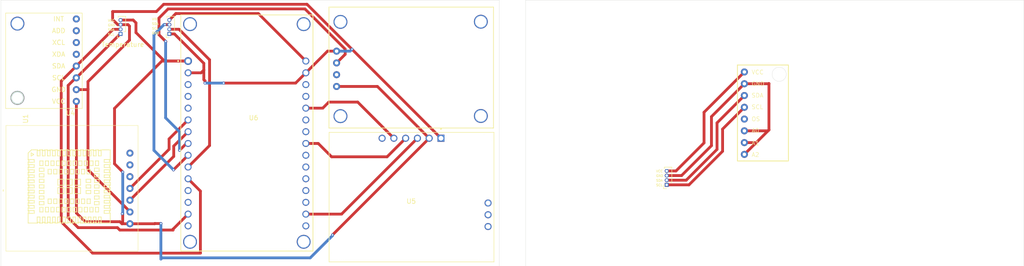
<source format=kicad_pcb>
(kicad_pcb (version 20240108) (generator "pcbnew") (generator_version "8.0")
  (layers (0 "F.Cu" signal) (31 "B.Cu" signal) (34 "B.Paste" user) (35 "F.Paste" user) (36 "B.SilkS" user "B.Silkscreen") (37 "F.SilkS" user "F.Silkscreen") (38 "B.Mask" user) (39 "F.Mask" user) (44 "Edge.Cuts" user))
  (net 0 "")
  (net 9 "Net-(U4-SCL)")
  (net 10 "GND")
  (net 11 "Net-(U4-SDA)")
  (net 12 "VCC")
  (net 13 "Net-(U1-RX)")
  (net 14 "Net-(U1-TX)")
  (net 15 "Net-(U2-TX)")
  (net 32 "Net-(U5-SIGNAL_OUT)")
  (net 33 "Net-(U5-LO+)")
  (net 34 "Net-(U5-LO-)")
  (net 35 "Net-(J2-Pin_3)")
  (net 36 "Net-(J2-Pin_2)")
  (net 37 "Net-(J2-Pin_1)")
  (footprint "" (layer "F.Cu") (at 199.7 77.72)
    (property "Reference" "" (at 0 0 0) (layer "F.SilkS") (effects (font (size 1.27 1.27))))
    (property "Value" "")
    (pad "5" thru_hole circle (at 0 0 180) (size 1.524 1.524) (drill 0.762) (layers "*.Cu" "*.Mask"))
  )
  (footprint "" (layer "F.Cu") (at 199.7 70.1)
    (property "Reference" "" (at 0 0 0) (layer "F.SilkS") (effects (font (size 1.27 1.27))))
    (property "Value" "")
    (pad "8" thru_hole circle (at 0 0 180) (size 1.524 1.524) (drill 0.762) (layers "*.Cu" "*.Mask"))
  )
  (footprint "SEN-12650:MODULE_SEN-12650" (layer "F.Cu") (at 145.6775 83.1275 180)
    (property "Reference" "U5" (at 17.85 -14.8725 0) (layer "F.SilkS"))
    (property "Value" "SEN-12650")
    (pad "" np_thru_hole circle (at 2.54 -25.4 180) (size 3.302 3.302) (drill 3.302) (layers "*.Cu" "*.Mask"))
    (pad "" np_thru_hole circle (at 2.54 -2.54 180) (size 3.302 3.302) (drill 3.302) (layers "*.Cu" "*.Mask"))
    (pad "" np_thru_hole circle (at 33.02 -25.4 180) (size 3.302 3.302) (drill 3.302) (layers "*.Cu" "*.Mask"))
    (pad "" np_thru_hole circle (at 33.02 -2.54 180) (size 3.302 3.302) (drill 3.302) (layers "*.Cu" "*.Mask"))
    (pad "JP1_1" thru_hole circle (at 1.27 -15.24 180) (size 1.524 1.524) (drill 1.016) (layers "*.Cu" "*.Mask"))
    (pad "JP1_2" thru_hole circle (at 1.27 -17.78 180) (size 1.524 1.524) (drill 1.016) (layers "*.Cu" "*.Mask"))
    (pad "JP1_3" thru_hole circle (at 1.27 -20.32 180) (size 1.524 1.524) (drill 1.016) (layers "*.Cu" "*.Mask"))
    (pad "JP3_1" thru_hole rect (at 11.43 -1.27 180) (size 1.524 1.524) (drill 1.016) (layers "*.Cu" "*.Mask") (net 10 "GND"))
    (pad "JP3_2" thru_hole circle (at 13.97 -1.27 180) (size 1.524 1.524) (drill 1.016) (layers "*.Cu" "*.Mask") (net 12 "VCC"))
    (pad "JP3_3" thru_hole circle (at 16.51 -1.27 180) (size 1.524 1.524) (drill 1.016) (layers "*.Cu" "*.Mask") (net 32 "Net-(U5-SIGNAL_OUT)"))
    (pad "JP3_4" thru_hole circle (at 19.05 -1.27 180) (size 1.524 1.524) (drill 1.016) (layers "*.Cu" "*.Mask") (net 34 "Net-(U5-LO-)"))
    (pad "JP3_5" thru_hole circle (at 21.59 -1.27 180) (size 1.524 1.524) (drill 1.016) (layers "*.Cu" "*.Mask") (net 33 "Net-(U5-LO+)"))
    (pad "JP3_6" thru_hole circle (at 24.13 -1.27 180) (size 1.524 1.524) (drill 1.016) (layers "*.Cu" "*.Mask"))
  )
  (footprint "" (layer "F.Cu") (at 199.7 87.88)
    (property "Reference" "" (at 0 0 0) (layer "F.SilkS") (effects (font (size 1.27 1.27))))
    (property "Value" "")
    (pad "1" thru_hole circle (at 0 0 180) (size 1.524 1.524) (drill 0.762) (layers "*.Cu" "*.Mask"))
  )
  (footprint "" (layer "F.Cu") (at 199.7 75.18)
    (property "Reference" "" (at 0 0 0) (layer "F.SilkS") (effects (font (size 1.27 1.27))))
    (property "Value" "")
    (pad "6" thru_hole circle (at 0 0 180) (size 1.524 1.524) (drill 0.762) (layers "*.Cu" "*.Mask"))
  )
  (footprint "" (layer "F.Cu") (at 199.7 72.64)
    (property "Reference" "" (at 0 0 0) (layer "F.SilkS") (effects (font (size 1.27 1.27))))
    (property "Value" "")
    (pad "7" thru_hole circle (at 0 0 180) (size 1.524 1.524) (drill 0.762) (layers "*.Cu" "*.Mask"))
  )
  (footprint "usini_sensors:module_mpu6050" (layer "F.Cu") (at 55.5825 58.668 180)
    (property "Reference" "U4" (at 1.27 -20.32 0) (layer "F.SilkS"))
    (property "Value" "module_mpu6050")
    (fp_text user "INT" (at 3.81 0 0) (layer "F.SilkS"))
    (fp_text user "XCL" (at 3.81 -5.08 0) (layer "F.SilkS"))
    (fp_text user "SCL" (at 3.81 -12.7 0) (layer "F.SilkS"))
    (fp_text user "SDA" (at 3.81 -10.16 0) (layer "F.SilkS"))
    (fp_text user "ADD" (at 3.81 -2.54 0) (layer "F.SilkS"))
    (fp_text user "GND" (at 3.81 -15.24 0) (layer "F.SilkS"))
    (fp_text user "VCC" (at 3.81 -17.78 0) (layer "F.SilkS"))
    (fp_text user "XDA" (at 3.81 -7.62 0) (layer "F.SilkS"))
    (pad "" np_thru_hole circle (at 12.7 -17.018 180) (size 3 3) (drill 2.5) (layers "F&B.Cu" "*.Mask"))
    (pad "" np_thru_hole circle (at 12.7 -1 180) (size 3 3) (drill 2.5) (layers "F&B.Cu" "*.Mask"))
    (pad "1" thru_hole circle (at 0 -17.78 180) (size 1.524 1.524) (drill 0.762) (layers "*.Cu" "*.Mask") (net 12 "VCC"))
    (pad "2" thru_hole circle (at 0 -15.24 180) (size 1.524 1.524) (drill 0.762) (layers "*.Cu" "*.Mask") (net 10 "GND"))
    (pad "3" thru_hole circle (at 0 -12.7 180) (size 1.524 1.524) (drill 0.762) (layers "*.Cu" "*.Mask") (net 9 "Net-(U4-SCL)"))
    (pad "4" thru_hole circle (at 0 -10.16 180) (size 1.524 1.524) (drill 0.762) (layers "*.Cu" "*.Mask") (net 11 "Net-(U4-SDA)"))
    (pad "5" thru_hole circle (at 0 -7.62 180) (size 1.524 1.524) (drill 0.762) (layers "*.Cu" "*.Mask"))
    (pad "6" thru_hole circle (at 0 -5.08 180) (size 1.524 1.524) (drill 0.762) (layers "*.Cu" "*.Mask"))
    (pad "7" thru_hole circle (at 0 -2.54 180) (size 1.524 1.524) (drill 0.762) (layers "*.Cu" "*.Mask"))
    (pad "8" thru_hole circle (at 0 0 180) (size 1.524 1.524) (drill 0.762) (layers "*.Cu" "*.Mask"))
  )
  (footprint "NEO-6M-GPS:NEO_6M" (layer "F.Cu") (at 129.261544 91.715)
    (property "Reference" "U2" (hide yes))
    (property "Value" "~" (hide yes))
    (pad "" thru_hole circle (at -17.532 -23.566) (size 1.524 1.524) (drill 0.762) (layers "*.Cu" "*.Mask") (net 15 "Net-(U2-TX)"))
    (pad "" thru_hole circle (at -17.532 -21.026) (size 1.524 1.524) (drill 0.762) (layers "*.Cu" "*.Mask"))
    (pad "" thru_hole circle (at -17.532 -18.486) (size 1.524 1.524) (drill 0.762) (layers "*.Cu" "*.Mask") (net 12 "VCC"))
    (pad "" thru_hole circle (at -17.53 -26.106) (size 1.524 1.524) (drill 0.762) (layers "*.Cu" "*.Mask") (net 10 "GND"))
    (pad "" np_thru_hole circle (at -16.698 -32.421) (size 3 3) (drill 2.5) (layers "F&B.Cu" "*.Mask"))
    (pad "" np_thru_hole circle (at -16.698 -12.081) (size 3 3) (drill 2.5) (layers "F&B.Cu" "*.Mask"))
    (pad "" np_thru_hole circle (at 13.588 -32.46) (size 3 3) (drill 2.5) (layers "F&B.Cu" "*.Mask"))
    (pad "" np_thru_hole circle (at 13.588 -12.12) (size 3 3) (drill 2.5) (layers "F&B.Cu" "*.Mask"))
  )
  (footprint "Connector_PinSocket_1.00mm:PinSocket_1x04_P1.00mm_Vertical" (layer "F.Cu") (at 182.95 94.45 180)
    (property "Reference" "HEART RATE" (hide yes))
    (property "Value" "PinSocket_1x04_P1.00mm_Vertical" (hide yes))
    (pad "1" thru_hole rect (at 0 0 180) (size 0.85 0.85) (drill 0.5) (layers "*.Cu" "*.Mask"))
    (pad "2" thru_hole oval (at 0 1 180) (size 0.85 0.85) (drill 0.5) (layers "*.Cu" "*.Mask"))
    (pad "3" thru_hole oval (at 0 2 180) (size 0.85 0.85) (drill 0.5) (layers "*.Cu" "*.Mask"))
    (pad "4" thru_hole oval (at 0 3 180) (size 0.85 0.85) (drill 0.5) (layers "*.Cu" "*.Mask"))
  )
  (footprint "Connector_PinSocket_1.00mm:PinSocket_1x04_P1.00mm_Vertical" (layer "F.Cu") (at 65.1275 61.9 180)
    (property "Reference" "Temperature" (at -0.47 -2.285 0) (layer "F.SilkS"))
    (property "Value" "PinSocket_1x04_P1.00mm_Vertical")
    (pad "1" thru_hole rect (at 0 0 180) (size 0.85 0.85) (drill 0.5) (layers "*.Cu" "*.Mask") (net 9 "Net-(U4-SCL)"))
    (pad "2" thru_hole oval (at 0 1 180) (size 0.85 0.85) (drill 0.5) (layers "*.Cu" "*.Mask") (net 11 "Net-(U4-SDA)"))
    (pad "3" thru_hole oval (at 0 2 180) (size 0.85 0.85) (drill 0.5) (layers "*.Cu" "*.Mask") (net 10 "GND"))
    (pad "4" thru_hole oval (at 0 3 180) (size 0.85 0.85) (drill 0.5) (layers "*.Cu" "*.Mask") (net 12 "VCC"))
  )
  (footprint "" (layer "F.Cu") (at 199.7 82.8)
    (property "Reference" "" (at 0 0 0) (layer "F.SilkS") (effects (font (size 1.27 1.27))))
    (property "Value" "")
    (pad "3" thru_hole circle (at 0 0 180) (size 1.524 1.524) (drill 0.762) (layers "*.Cu" "*.Mask"))
  )
  (footprint "ESP_Watch:SIM 7670" (layer "F.Cu") (at 66.7975 106.645 90)
    (property "Reference" "U1" (at 26.45 -22.15 90) (layer "F.SilkS"))
    (property "Value" "~" (at 11 -27 90) (layer "F.SilkS") (effects (font (size 0.8 0.8) (thickness 0.12))))
    (pad "" np_thru_hole circle (at 0.1 -0.1 90) (size 3 3) (drill 3) (layers "F&B.Cu" "*.Mask"))
    (pad "" np_thru_hole circle (at 1.85 -9.89 90) (size 0.6 0.6) (drill 0.6) (layers "*.Cu" "*.Mask"))
    (pad "" np_thru_hole circle (at 1.9 -5.6 90) (size 0.6 0.6) (drill 0.6) (layers "*.Cu" "*.Mask"))
    (pad "" thru_hole circle (at 3.8 0.35 90) (size 1.524 1.524) (drill 0.762) (layers "*.Cu" "*.Mask") (net 12 "VCC"))
    (pad "" thru_hole circle (at 6.34 0.35 90) (size 1.524 1.524) (drill 0.762) (layers "*.Cu" "*.Mask") (net 10 "GND"))
    (pad "" thru_hole circle (at 8.88 0.35 90) (size 1.524 1.524) (drill 0.762) (layers "*.Cu" "*.Mask") (net 13 "Net-(U1-RX)"))
    (pad "" thru_hole circle (at 11.42 0.35 90) (size 1.524 1.524) (drill 0.762) (layers "*.Cu" "*.Mask") (net 14 "Net-(U1-TX)"))
    (pad "" thru_hole circle (at 13.96 0.35 90) (size 1.524 1.524) (drill 0.762) (layers "*.Cu" "*.Mask"))
    (pad "" thru_hole circle (at 16.5 0.35 90) (size 1.524 1.524) (drill 0.762) (layers "*.Cu" "*.Mask"))
    (pad "" thru_hole circle (at 19.04 0.35 90) (size 1.524 1.524) (drill 0.762) (layers "*.Cu" "*.Mask"))
    (pad "" np_thru_hole circle (at 22.8 -24.2 90) (size 3 3) (drill 3) (layers "F&B.Cu" "*.Mask"))
    (pad "" np_thru_hole circle (at 22.8 -0.1 90) (size 3 3) (drill 3) (layers "F&B.Cu" "*.Mask"))
  )
  (footprint "ESP32-DEVKIT-V1:MODULE_ESP32_DEVKIT_V1" (layer "F.Cu") (at 92.3975 83.26)
    (property "Reference" "U6" (at 1.43 -3.26 0) (layer "F.SilkS"))
    (property "Value" "ESP32-DEVKIT-V1")
    (pad "" np_thru_hole circle (at -12.28 -23.475) (size 3 3) (drill 2.5) (layers "F&B.Cu" "*.Mask"))
    (pad "" np_thru_hole circle (at -12.28 23.475) (size 3 3) (drill 2.5) (layers "F&B.Cu" "*.Mask"))
    (pad "" np_thru_hole circle (at 12.23 -23.475) (size 3 3) (drill 2.5) (layers "F&B.Cu" "*.Mask"))
    (pad "" np_thru_hole circle (at 12.23 23.475) (size 3 3) (drill 2.5) (layers "F&B.Cu" "*.Mask"))
    (pad "1" thru_hole circle (at -12.7 -15.515) (size 1.7 1.7) (drill 1.02) (layers "*.Cu" "*.Mask") (net 12 "VCC"))
    (pad "2" thru_hole circle (at -12.7 -12.975) (size 1.5 1.5) (drill 1) (layers "*.Cu" "*.Mask") (net 10 "GND"))
    (pad "3" thru_hole circle (at -12.7 -10.435) (size 1.5 1.5) (drill 1.02) (layers "*.Cu" "*.Mask"))
    (pad "4" thru_hole circle (at -12.7 -7.895) (size 1.5 1.5) (drill 1) (layers "*.Cu" "*.Mask"))
    (pad "5" thru_hole circle (at -12.7 -5.355) (size 1.5 1.5) (drill 1.02) (layers "*.Cu" "*.Mask"))
    (pad "6" thru_hole circle (at -12.7 -2.815) (size 1.5 1.5) (drill 1.02) (layers "*.Cu" "*.Mask") (net 14 "Net-(U1-TX)"))
    (pad "7" thru_hole circle (at -12.7 -0.275) (size 1.5 1.5) (drill 1.02) (layers "*.Cu" "*.Mask") (net 13 "Net-(U1-RX)"))
    (pad "8" thru_hole circle (at -12.7 2.265) (size 1.5 1.5) (drill 1.02) (layers "*.Cu" "*.Mask") (net 15 "Net-(U2-TX)"))
    (pad "9" thru_hole circle (at -12.7 4.805) (size 1.5 1.5) (drill 1.02) (layers "*.Cu" "*.Mask") (net 36 "Net-(J2-Pin_2)"))
    (pad "10" thru_hole circle (at -12.7 7.345) (size 1.5 1.5) (drill 1.02) (layers "*.Cu" "*.Mask") (net 35 "Net-(J2-Pin_3)"))
    (pad "11" thru_hole circle (at -12.7 9.885) (size 1.5 1.5) (drill 1.02) (layers "*.Cu" "*.Mask") (net 11 "Net-(U4-SDA)"))
    (pad "12" thru_hole circle (at -12.7 12.425) (size 1.5 1.5) (drill 1.02) (layers "*.Cu" "*.Mask"))
    (pad "13" thru_hole circle (at -12.7 14.965) (size 1.5 1.5) (drill 1.02) (layers "*.Cu" "*.Mask"))
    (pad "14" thru_hole circle (at -12.7 17.505) (size 1.5 1.5) (drill 1.02) (layers "*.Cu" "*.Mask") (net 9 "Net-(U4-SCL)"))
    (pad "15" thru_hole circle (at -12.7 20.045) (size 1.5 1.5) (drill 1.02) (layers "*.Cu" "*.Mask"))
    (pad "16" thru_hole circle (at 12.7 20.045) (size 1.5 1.5) (drill 1.02) (layers "*.Cu" "*.Mask"))
    (pad "17" thru_hole circle (at 12.7 17.505) (size 1.5 1.5) (drill 1.02) (layers "*.Cu" "*.Mask") (net 32 "Net-(U5-SIGNAL_OUT)"))
    (pad "18" thru_hole circle (at 12.7 14.965) (size 1.5 1.5) (drill 1.02) (layers "*.Cu" "*.Mask"))
    (pad "19" thru_hole circle (at 12.7 12.425) (size 1.5 1.5) (drill 1.02) (layers "*.Cu" "*.Mask"))
    (pad "20" thru_hole circle (at 12.7 9.885) (size 1.5 1.5) (drill 1.02) (layers "*.Cu" "*.Mask"))
    (pad "21" thru_hole circle (at 12.7 7.345) (size 1.5 1.5) (drill 1.02) (layers "*.Cu" "*.Mask"))
    (pad "22" thru_hole circle (at 12.7 4.805) (size 1.5 1.5) (drill 1.02) (layers "*.Cu" "*.Mask"))
    (pad "23" thru_hole circle (at 12.7 2.265) (size 1.5 1.5) (drill 1.02) (layers "*.Cu" "*.Mask") (net 34 "Net-(U5-LO-)"))
    (pad "24" thru_hole circle (at 12.7 -0.275) (size 1.5 1.5) (drill 1.02) (layers "*.Cu" "*.Mask"))
    (pad "25" thru_hole circle (at 12.7 -2.815) (size 1.5 1.5) (drill 1.02) (layers "*.Cu" "*.Mask"))
    (pad "26" thru_hole circle (at 12.7 -5.355) (size 1.5 1.5) (drill 1.02) (layers "*.Cu" "*.Mask") (net 33 "Net-(U5-LO+)"))
    (pad "27" thru_hole circle (at 12.7 -7.895) (size 1.5 1.5) (drill 1.02) (layers "*.Cu" "*.Mask"))
    (pad "28" thru_hole circle (at 12.7 -10.435) (size 1.5 1.5) (drill 1.02) (layers "*.Cu" "*.Mask"))
    (pad "29" thru_hole circle (at 12.7 -12.975) (size 1.5 1.5) (drill 1.02) (layers "*.Cu" "*.Mask") (net 10 "GND"))
    (pad "30" thru_hole circle (at 12.7 -15.515) (size 1.5 1.5) (drill 1.02) (layers "*.Cu" "*.Mask") (net 37 "Net-(J2-Pin_1)"))
  )
  (footprint "" (layer "F.Cu") (at 199.7 85.34)
    (property "Reference" "" (at 0 0 0) (layer "F.SilkS") (effects (font (size 1.27 1.27))))
    (property "Value" "")
    (pad "2" thru_hole circle (at 0 0 180) (size 1.524 1.524) (drill 0.762) (layers "*.Cu" "*.Mask"))
  )
  (footprint "Connector_PinSocket_1.00mm:PinSocket_1x04_P1.00mm_Vertical" (layer "F.Cu") (at 75.6575 61.89 180)
    (property "Reference" "HEART RATE" (hide yes))
    (property "Value" "PinSocket_1x04_P1.00mm_Vertical")
    (pad "1" thru_hole rect (at 0 0 180) (size 0.85 0.85) (drill 0.5) (layers "*.Cu" "*.Mask") (net 10 "GND"))
    (pad "2" thru_hole oval (at 0 1 180) (size 0.85 0.85) (drill 0.5) (layers "*.Cu" "*.Mask") (net 35 "Net-(J2-Pin_3)"))
    (pad "3" thru_hole oval (at 0 2 180) (size 0.85 0.85) (drill 0.5) (layers "*.Cu" "*.Mask") (net 36 "Net-(J2-Pin_2)"))
    (pad "4" thru_hole oval (at 0 3 180) (size 0.85 0.85) (drill 0.5) (layers "*.Cu" "*.Mask") (net 37 "Net-(J2-Pin_1)"))
  )
  (footprint "" (layer "F.Cu") (at 199.7 80.26)
    (property "Reference" "" (at 0 0 0) (layer "F.SilkS") (effects (font (size 1.27 1.27))))
    (property "Value" "")
    (pad "4" thru_hole circle (at 0 0 180) (size 1.524 1.524) (drill 0.762) (layers "*.Cu" "*.Mask"))
  )
  (gr_rect (start 198.2 68.6) (end 209.2 89.3) (stroke (width 0.2)) (fill none) (layer "F.SilkS"))
  (gr_rect (start 152.5 54.6) (end 260 112) (stroke (width 0.05)) (fill none) (layer "Edge.Cuts"))
  (gr_circle (center 207.2 70.6) (end 208.73 70.6) (stroke (width 0.05)) (fill none) (layer "Edge.Cuts"))
  (gr_rect (start 39.3275 54.6) (end 146.8275 112) (stroke (width 0.05)) (fill none) (layer "Edge.Cuts"))
  (gr_text "SDA" (at 71.85 60 0) (layer "F.SilkS") (effects (font (size 0.5 0.5) (thickness 0.1) (bold yes)) (justify left bottom)))
  (gr_text "SCL" (at 62.35 62.3 0) (layer "F.SilkS") (effects (font (size 0.5 0.5) (thickness 0.1) (bold yes)) (justify left bottom)))
  (gr_text "GND" (at 71.85 62 0) (layer "F.SilkS") (effects (font (size 0.5 0.5) (thickness 0.1) (bold yes)) (justify left bottom)))
  (gr_text "SDA" (at 62.35 61.3 0) (layer "F.SilkS") (effects (font (size 0.5 0.5) (thickness 0.1) (bold yes)) (justify left bottom)))
  (gr_text "VCC" (at 62.35 59.3 0) (layer "F.SilkS") (effects (font (size 0.5 0.5) (thickness 0.1) (bold yes)) (justify left bottom)))
  (gr_text "OS" (at 201.2 80.78 0) (layer "F.SilkS") (effects (font (size 0.9 0.9) (thickness 0.1)) (justify left bottom)))
  (gr_text "GND" (at 180.6 92.8 0) (layer "F.SilkS") (effects (font (size 0.5 0.5) (thickness 0.1) (bold yes)) (justify left bottom)))
  (gr_text "SCL" (at 201.2 78.18 0) (layer "F.SilkS") (effects (font (size 0.9 0.9) (thickness 0.1)) (justify left bottom)))
  (gr_text "SDA" (at 180.6 93.8 0) (layer "F.SilkS") (effects (font (size 0.5 0.5) (thickness 0.1) (bold yes)) (justify left bottom)))
  (gr_text "A0" (at 201.2 83.28 0) (layer "F.SilkS") (effects (font (size 0.9 0.9) (thickness 0.1)) (justify left bottom)))
  (gr_text "SDA" (at 201.2 75.68 0) (layer "F.SilkS") (effects (font (size 0.9 0.9) (thickness 0.1)) (justify left bottom)))
  (gr_text "VCC" (at 201.2 70.68 0) (layer "F.SilkS") (effects (font (size 0.9 0.9) (thickness 0.1)) (justify left bottom)))
  (gr_text "VIN" (at 71.85 59 0) (layer "F.SilkS") (effects (font (size 0.5 0.5) (thickness 0.1) (bold yes)) (justify left bottom)))
  (gr_text "A1" (at 201.2 85.98 0) (layer "F.SilkS") (effects (font (size 0.9 0.9) (thickness 0.1)) (justify left bottom)))
  (gr_text "VCC" (at 180.6 91.8 0) (layer "F.SilkS") (effects (font (size 0.5 0.5) (thickness 0.1) (bold yes)) (justify left bottom)))
  (gr_text "GND" (at 62.35 60.3 0) (layer "F.SilkS") (effects (font (size 0.5 0.5) (thickness 0.1) (bold yes)) (justify left bottom)))
  (gr_text "SCL" (at 71.85 61 0) (layer "F.SilkS") (effects (font (size 0.5 0.5) (thickness 0.1) (bold yes)) (justify left bottom)))
  (gr_text "GND" (at 201.2 73.18 0) (layer "F.SilkS") (effects (font (size 0.9 0.9) (thickness 0.1)) (justify left bottom)))
  (gr_text "SCL" (at 180.6 94.8 0) (layer "F.SilkS") (effects (font (size 0.5 0.5) (thickness 0.1) (bold yes)) (justify left bottom)))
  (gr_text "A2" (at 201.2 88.48 0) (layer "F.SilkS") (effects (font (size 0.9 0.9) (thickness 0.1)) (justify left bottom)))
  (segment (start 192.6 79.74) (end 199.7 72.64) (width 0.6) (layer "F.Cu") (net 0))
  (segment (start 204.8 82.8) (end 199.7 82.8) (width 0.6) (layer "F.Cu") (net 0))
  (segment (start 193.8 86.8) (end 193.8 81.08) (width 0.6) (layer "F.Cu") (net 0))
  (segment (start 199.7 72.64) (end 204.96 72.64) (width 0.6) (layer "F.Cu") (net 0))
  (segment (start 182.95 93.45) (end 187.15 93.45) (width 0.6) (layer "F.Cu") (net 0))
  (segment (start 201.8 85.34) (end 201.8 85.78) (width 0.6) (layer "F.Cu") (net 0))
  (segment (start 205 82.6) (end 204.8 82.8) (width 0.6) (layer "F.Cu") (net 0))
  (segment (start 204.96 72.64) (end 205 72.6) (width 0.6) (layer "F.Cu") (net 0))
  (segment (start 199.7 85.34) (end 201.8 85.34) (width 0.6) (layer "F.Cu") (net 0))
  (segment (start 191 78.8) (end 199.7 70.1) (width 0.6) (layer "F.Cu") (net 0))
  (segment (start 182.95 94.45) (end 187.75 94.45) (width 0.6) (layer "F.Cu") (net 0))
  (segment (start 186.15 92.45) (end 192.6 86) (width 0.6) (layer "F.Cu") (net 0))
  (segment (start 201.82 85.78) (end 205 82.6) (width 0.6) (layer "F.Cu") (net 0))
  (segment (start 187.75 94.45) (end 195 87.2) (width 0.6) (layer "F.Cu") (net 0))
  (segment (start 201.8 85.78) (end 201.82 85.78) (width 0.6) (layer "F.Cu") (net 0))
  (segment (start 182.95 92.45) (end 186.15 92.45) (width 0.6) (layer "F.Cu") (net 0))
  (segment (start 195 82.42) (end 199.7 77.72) (width 0.6) (layer "F.Cu") (net 0))
  (segment (start 191 85.4) (end 191 78.8) (width 0.6) (layer "F.Cu") (net 0))
  (segment (start 182.95 91.45) (end 184.95 91.45) (width 0.6) (layer "F.Cu") (net 0))
  (segment (start 184.95 91.45) (end 191 85.4) (width 0.6) (layer "F.Cu") (net 0))
  (segment (start 195 87.2) (end 195 82.42) (width 0.6) (layer "F.Cu") (net 0))
  (segment (start 192.6 86) (end 192.6 79.74) (width 0.6) (layer "F.Cu") (net 0))
  (segment (start 193.8 81.08) (end 199.7 75.18) (width 0.6) (layer "F.Cu") (net 0))
  (segment (start 201.8 85.78) (end 199.7 87.88) (width 0.6) (layer "F.Cu") (net 0))
  (segment (start 187.15 93.45) (end 193.8 86.8) (width 0.6) (layer "F.Cu") (net 0))
  (segment (start 205 72.6) (end 205 82.6) (width 0.6) (layer "F.Cu") (net 0))
  (segment (start 53.8275 73) (end 53.8275 101.531603) (width 0.6) (layer "F.Cu") (net 9))
  (segment (start 76.4625 104.2) (end 76.4625 104) (width 0.6) (layer "F.Cu") (net 9))
  (segment (start 64.965 104.2) (end 76.4625 104.2) (width 0.6) (layer "F.Cu") (net 9))
  (segment (start 55.4595 71.368) (end 53.8275 73) (width 0.6) (layer "F.Cu") (net 9))
  (segment (start 55.5825 71.368) (end 55.4595 71.368) (width 0.6) (layer "F.Cu") (net 9))
  (segment (start 55.5825 71.368) (end 65.0505 61.9) (width 0.6) (layer "F.Cu") (net 9))
  (segment (start 55.980897 103.685) (end 64.45 103.685) (width 0.6) (layer "F.Cu") (net 9))
  (segment (start 64.45 103.685) (end 64.965 104.2) (width 0.6) (layer "F.Cu") (net 9))
  (segment (start 65.0505 61.9) (end 65.1275 61.9) (width 0.6) (layer "F.Cu") (net 9))
  (segment (start 76.4625 104) (end 79.6975 100.765) (width 0.6) (layer "F.Cu") (net 9))
  (segment (start 53.8275 101.531603) (end 55.980897 103.685) (width 0.6) (layer "F.Cu") (net 9))
  (segment (start 83.0875 69.68) (end 83.0875 71.76) (width 0.6) (layer "F.Cu") (net 10))
  (segment (start 66.75 59.9) (end 67.05 60.2) (width 0.6) (layer "F.Cu") (net 10))
  (segment (start 105.25 55.5) (end 105.35 55.5) (width 0.6) (layer "F.Cu") (net 10))
  (segment (start 58.0975 72.185) (end 58.0975 73.828) (width 0.6) (layer "F.Cu") (net 10))
  (segment (start 109.7735 65.609) (end 111.731544 65.609) (width 0.6) (layer "F.Cu") (net 10))
  (segment (start 83.35 72.0225) (end 83.35 72.5) (width 0.6) (layer "F.Cu") (net 10))
  (segment (start 58.0975 91.185) (end 58.0975 73.828) (width 0.6) (layer "F.Cu") (net 10))
  (segment (start 83.0875 71.76) (end 83.3275 72) (width 0.6) (layer "F.Cu") (net 10))
  (segment (start 65.1275 59.9) (end 64.52646 59.9) (width 0.6) (layer "F.Cu") (net 10))
  (segment (start 87.35 72.5) (end 102.8825 72.5) (width 0.6) (layer "F.Cu") (net 10))
  (segment (start 82.4825 70.285) (end 79.6975 70.285) (width 0.6) (layer "F.Cu") (net 10))
  (segment (start 65.1275 59.9) (end 66.75 59.9) (width 0.6) (layer "F.Cu") (net 10))
  (segment (start 115.05 65.2) (end 134.2475 84.3975) (width 0.6) (layer "F.Cu") (net 10))
  (segment (start 63.41625 58.78979) (end 63.41625 57.06625) (width 0.6) (layer "F.Cu") (net 10))
  (segment (start 67.05 63.2325) (end 58.0975 72.185) (width 0.6) (layer "F.Cu") (net 10))
  (segment (start 102.8825 72.5) (end 105.0975 70.285) (width 0.6) (layer "F.Cu") (net 10))
  (segment (start 83.3275 72) (end 83.35 72.0225) (width 0.6) (layer "F.Cu") (net 10))
  (segment (start 105.0975 70.285) (end 109.7735 65.609) (width 0.6) (layer "F.Cu") (net 10))
  (segment (start 58.0175 73.908) (end 58.0975 73.828) (width 0.6) (layer "F.Cu") (net 10))
  (segment (start 58.0975 91.185) (end 67.057157 100.144657) (width 0.6) (layer "F.Cu") (net 10))
  (segment (start 64.52646 59.9) (end 63.41625 58.78979) (width 0.6) (layer "F.Cu") (net 10))
  (segment (start 105.35 55.5) (end 115.05 65.2) (width 0.6) (layer "F.Cu") (net 10))
  (segment (start 83.0875 68.2375) (end 83.0875 69.68) (width 0.6) (layer "F.Cu") (net 10))
  (segment (start 75.6575 61.89) (end 76.74 61.89) (width 0.6) (layer "F.Cu") (net 10))
  (segment (start 76.74 61.89) (end 83.0875 68.2375) (width 0.6) (layer "F.Cu") (net 10))
  (segment (start 67.057157 100.144657) (end 67.022157 100.179657) (width 0.6) (layer "F.Cu") (net 10))
  (segment (start 55.5825 73.908) (end 58.0175 73.908) (width 0.6) (layer "F.Cu") (net 10))
  (segment (start 83.0875 69.68) (end 82.4825 70.285) (width 0.6) (layer "F.Cu") (net 10))
  (segment (start 72.86125 57.06625) (end 74.4275 55.5) (width 0.6) (layer "F.Cu") (net 10))
  (segment (start 74.4275 55.5) (end 105.25 55.5) (width 0.6) (layer "F.Cu") (net 10))
  (segment (start 63.41625 57.06625) (end 72.86125 57.06625) (width 0.6) (layer "F.Cu") (net 10))
  (segment (start 67.05 60.2) (end 67.05 63.2325) (width 0.6) (layer "F.Cu") (net 10))
  (via (at 115.05 65.2) (size 0.6) (drill 0.3) (layers "F.Cu" "B.Cu") (net 10))
  (via (at 83.35 72.5) (size 0.6) (drill 0.3) (layers "F.Cu" "B.Cu") (net 10))
  (via (at 87.35 72.5) (size 0.6) (drill 0.3) (layers "F.Cu" "B.Cu") (net 10))
  (segment (start 114.641 65.609) (end 115.05 65.2) (width 0.6) (layer "B.Cu") (net 10))
  (segment (start 83.35 72.5) (end 87.35 72.5) (width 0.6) (layer "B.Cu") (net 10))
  (segment (start 111.731544 65.609) (end 114.641 65.609) (width 0.6) (layer "B.Cu") (net 10))
  (segment (start 63.5105 60.9) (end 65.1275 60.9) (width 0.6) (layer "F.Cu") (net 11))
  (segment (start 52.3275 102.415) (end 59.0975 109.185) (width 0.6) (layer "F.Cu") (net 11))
  (segment (start 82.35 109.185) (end 82.35 95.7975) (width 0.6) (layer "F.Cu") (net 11))
  (segment (start 55.5825 68.828) (end 52.3275 72.083) (width 0.6) (layer "F.Cu") (net 11))
  (segment (start 82.35 95.7975) (end 79.6975 93.145) (width 0.6) (layer "F.Cu") (net 11))
  (segment (start 52.3275 72.083) (end 52.3275 102.415) (width 0.6) (layer "F.Cu") (net 11))
  (segment (start 55.5825 68.828) (end 63.5105 60.9) (width 0.6) (layer "F.Cu") (net 11))
  (segment (start 59.0975 109.185) (end 82.35 109.185) (width 0.6) (layer "F.Cu") (net 11))
  (segment (start 68.45 59.5) (end 68.45 61.6) (width 0.6) (layer "F.Cu") (net 12))
  (segment (start 63.8275 77.955) (end 74.0375 67.745) (width 0.6) (layer "F.Cu") (net 12))
  (segment (start 110.85 105.255) (end 131.7075 84.3975) (width 0.6) (layer "F.Cu") (net 12))
  (segment (start 68.45 61.6) (end 74.595 67.745) (width 0.6) (layer "F.Cu") (net 12))
  (segment (start 74.595 67.745) (end 79.6975 67.745) (width 0.6) (layer "F.Cu") (net 12))
  (segment (start 65.4975 100.685) (end 65.59 100.7775) (width 0.6) (layer "F.Cu") (net 12))
  (segment (start 65.5975 91.685) (end 63.8275 89.915) (width 0.6) (layer "F.Cu") (net 12))
  (segment (start 65.59 102.685) (end 65.43 102.845) (width 0.6) (layer "F.Cu") (net 12))
  (segment (start 57.4775 102.4) (end 64.985 102.4) (width 0.6) (layer "F.Cu") (net 12))
  (segment (start 67.1475 102.845) (end 65.43 102.845) (width 0.6) (layer "F.Cu") (net 12))
  (segment (start 72.5275 102.8) (end 72.4825 102.845) (width 0.6) (layer "F.Cu") (net 12))
  (segment (start 65.1275 58.9) (end 67.85 58.9) (width 0.6) (layer "F.Cu") (net 12))
  (segment (start 63.8275 89.915) (end 63.8275 77.955) (width 0.6) (layer "F.Cu") (net 12))
  (segment (start 73.8275 102.8) (end 72.5275 102.8) (width 0.6) (layer "F.Cu") (net 12))
  (segment (start 55.5825 76.448) (end 55.5975 76.463) (width 0.6) (layer "F.Cu") (net 12))
  (segment (start 74.0375 67.745) (end 79.6975 67.745) (width 0.6) (layer "F.Cu") (net 12))
  (segment (start 67.85 58.9) (end 68.45 59.5) (width 0.6) (layer "F.Cu") (net 12))
  (segment (start 55.5975 100.52) (end 57.4775 102.4) (width 0.6) (layer "F.Cu") (net 12))
  (segment (start 65.59 100.7775) (end 65.59 102.685) (width 0.6) (layer "F.Cu") (net 12))
  (segment (start 55.5975 76.463) (end 55.5975 100.52) (width 0.6) (layer "F.Cu") (net 12))
  (segment (start 120.539 73.229) (end 131.7075 84.3975) (width 0.6) (layer "F.Cu") (net 12))
  (segment (start 72.4825 102.845) (end 67.1475 102.845) (width 0.6) (layer "F.Cu") (net 12))
  (segment (start 64.985 102.4) (end 65.43 102.845) (width 0.6) (layer "F.Cu") (net 12))
  (segment (start 111.729544 73.229) (end 120.539 73.229) (width 0.6) (layer "F.Cu") (net 12))
  (via (at 73.8275 102.8) (size 0.6) (drill 0.3) (layers "F.Cu" "B.Cu") (net 12))
  (via (at 110.85 105.255) (size 0.6) (drill 0.3) (layers "F.Cu" "B.Cu") (net 12))
  (via (at 65.5975 91.685) (size 0.6) (drill 0.3) (layers "F.Cu" "B.Cu") (net 12))
  (via (at 65.4975 100.685) (size 0.6) (drill 0.3) (layers "F.Cu" "B.Cu") (net 12))
  (segment (start 106.05 110.2) (end 74.0825 110.2) (width 0.6) (layer "B.Cu") (net 12))
  (segment (start 110.85 105.4) (end 106.05 110.2) (width 0.6) (layer "B.Cu") (net 12))
  (segment (start 74.0825 110.2) (end 73.8275 110.455) (width 0.6) (layer "B.Cu") (net 12))
  (segment (start 65.4975 100.685) (end 65.5975 100.585) (width 0.6) (layer "B.Cu") (net 12))
  (segment (start 65.5975 100.585) (end 65.5975 91.685) (width 0.6) (layer "B.Cu") (net 12))
  (segment (start 73.8275 110.455) (end 73.8275 102.8) (width 0.6) (layer "B.Cu") (net 12))
  (segment (start 110.85 105.255) (end 110.85 105.4) (width 0.6) (layer "B.Cu") (net 12))
  (segment (start 67.1475 97.765) (end 76.5975 88.315) (width 0.6) (layer "F.Cu") (net 13))
  (segment (start 76.5975 86.085) (end 79.6975 82.985) (width 0.6) (layer "F.Cu") (net 13))
  (segment (start 76.5975 88.315) (end 76.5975 86.085) (width 0.6) (layer "F.Cu") (net 13))
  (segment (start 75.5975 84.545) (end 79.6975 80.445) (width 0.6) (layer "F.Cu") (net 14))
  (segment (start 67.1475 95.225) (end 75.5975 86.775) (width 0.6) (layer "F.Cu") (net 14))
  (segment (start 75.5975 86.775) (end 75.5975 84.545) (width 0.6) (layer "F.Cu") (net 14))
  (segment (start 75.3825 56.5) (end 73.41625 58.46625) (width 0.6) (layer "F.Cu") (net 15))
  (segment (start 104.9075 56.5) (end 104.8075 56.5) (width 0.6) (layer "F.Cu") (net 15))
  (segment (start 113.5875 65.18) (end 104.9075 56.5) (width 0.6) (layer "F.Cu") (net 15))
  (segment (start 104.8075 56.5) (end 75.3825 56.5) (width 0.6) (layer "F.Cu") (net 15))
  (segment (start 113.5875 66.291044) (end 113.5875 65.18) (width 0.6) (layer "F.Cu") (net 15))
  (segment (start 73.41625 62.06625) (end 74.91625 63.56625) (width 0.6) (layer "F.Cu") (net 15))
  (segment (start 79.325 85.525) (end 77.85 87) (width 0.6) (layer "F.Cu") (net 15))
  (segment (start 73.41625 58.46625) (end 73.41625 62.06625) (width 0.6) (layer "F.Cu") (net 15))
  (segment (start 79.6975 85.525) (end 79.325 85.525) (width 0.6) (layer "F.Cu") (net 15))
  (segment (start 111.729544 68.149) (end 113.5875 66.291044) (width 0.6) (layer "F.Cu") (net 15))
  (via (at 74.85 63.5) (size 0.6) (drill 0.3) (layers "F.Cu" "B.Cu") (net 15))
  (via (at 77.85 87) (size 0.6) (drill 0.3) (layers "F.Cu" "B.Cu") (net 15))
  (segment (start 77.85 83) (end 74.85 80) (width 0.6) (layer "B.Cu") (net 15))
  (segment (start 74.85 80) (end 74.85 63.5) (width 0.6) (layer "B.Cu") (net 15))
  (segment (start 77.85 87) (end 77.85 83) (width 0.6) (layer "B.Cu") (net 15))
  (segment (start 129.1675 84.3975) (end 112.8 100.765) (width 0.6) (layer "F.Cu") (net 32))
  (segment (start 112.8 100.765) (end 105.0975 100.765) (width 0.6) (layer "F.Cu") (net 32))
  (segment (start 108.745 77.905) (end 110.05 76.6) (width 0.6) (layer "F.Cu") (net 33))
  (segment (start 105.0975 77.905) (end 108.745 77.905) (width 0.6) (layer "F.Cu") (net 33))
  (segment (start 110.05 76.6) (end 116.29 76.6) (width 0.6) (layer "F.Cu") (net 33))
  (segment (start 116.29 76.6) (end 124.0875 84.3975) (width 0.6) (layer "F.Cu") (net 33))
  (segment (start 126.6275 84.3975) (end 122.625 88.4) (width 0.6) (layer "F.Cu") (net 34))
  (segment (start 110.65 88.4) (end 107.775 85.525) (width 0.6) (layer "F.Cu") (net 34))
  (segment (start 122.625 88.4) (end 110.65 88.4) (width 0.6) (layer "F.Cu") (net 34))
  (segment (start 107.775 85.525) (end 105.0975 85.525) (width 0.6) (layer "F.Cu") (net 34))
  (segment (start 84.3275 67.4775) (end 84.3275 85.975) (width 0.6) (layer "F.Cu") (net 35))
  (segment (start 75.6575 60.89) (end 77.74 60.89) (width 0.6) (layer "F.Cu") (net 35))
  (segment (start 84.3275 85.975) (end 79.6975 90.605) (width 0.6) (layer "F.Cu") (net 35))
  (segment (start 77.74 60.89) (end 84.3275 67.4775) (width 0.6) (layer "F.Cu") (net 35))
  (segment (start 76.545 91.2175) (end 79.6975 88.065) (width 0.6) (layer "F.Cu") (net 36))
  (segment (start 74.6975 59.89) (end 75.6575 59.89) (width 0.6) (layer "F.Cu") (net 36))
  (via (at 76.545 91.2175) (size 0.6) (drill 0.3) (layers "F.Cu" "B.Cu") (net 36))
  (via (at 74.6975 59.89) (size 0.6) (drill 0.3) (layers "F.Cu" "B.Cu") (net 36))
  (segment (start 74.4925 59.89) (end 74.6975 59.89) (width 0.6) (layer "B.Cu") (net 36))
  (segment (start 76.545 91.2175) (end 72.3275 87) (width 0.6) (layer "B.Cu") (net 36))
  (segment (start 72.3275 62.055) (end 74.4925 59.89) (width 0.6) (layer "B.Cu") (net 36))
  (segment (start 75.6575 59.89) (end 75.470891 59.89) (width 0.6) (layer "B.Cu") (net 36))
  (segment (start 72.3275 87) (end 72.3275 62.055) (width 0.6) (layer "B.Cu") (net 36))
  (segment (start 79.6975 88.065) (end 79.4775 88.065) (width 0.6) (layer "B.Cu") (net 36))
  (segment (start 94.8525 57.5) (end 105.0975 67.745) (width 0.6) (layer "F.Cu") (net 37))
  (segment (start 75.6575 58.89) (end 77.0475 57.5) (width 0.6) (layer "F.Cu") (net 37))
  (segment (start 77.0475 57.5) (end 94.8525 57.5) (width 0.6) (layer "F.Cu") (net 37))
)
</source>
